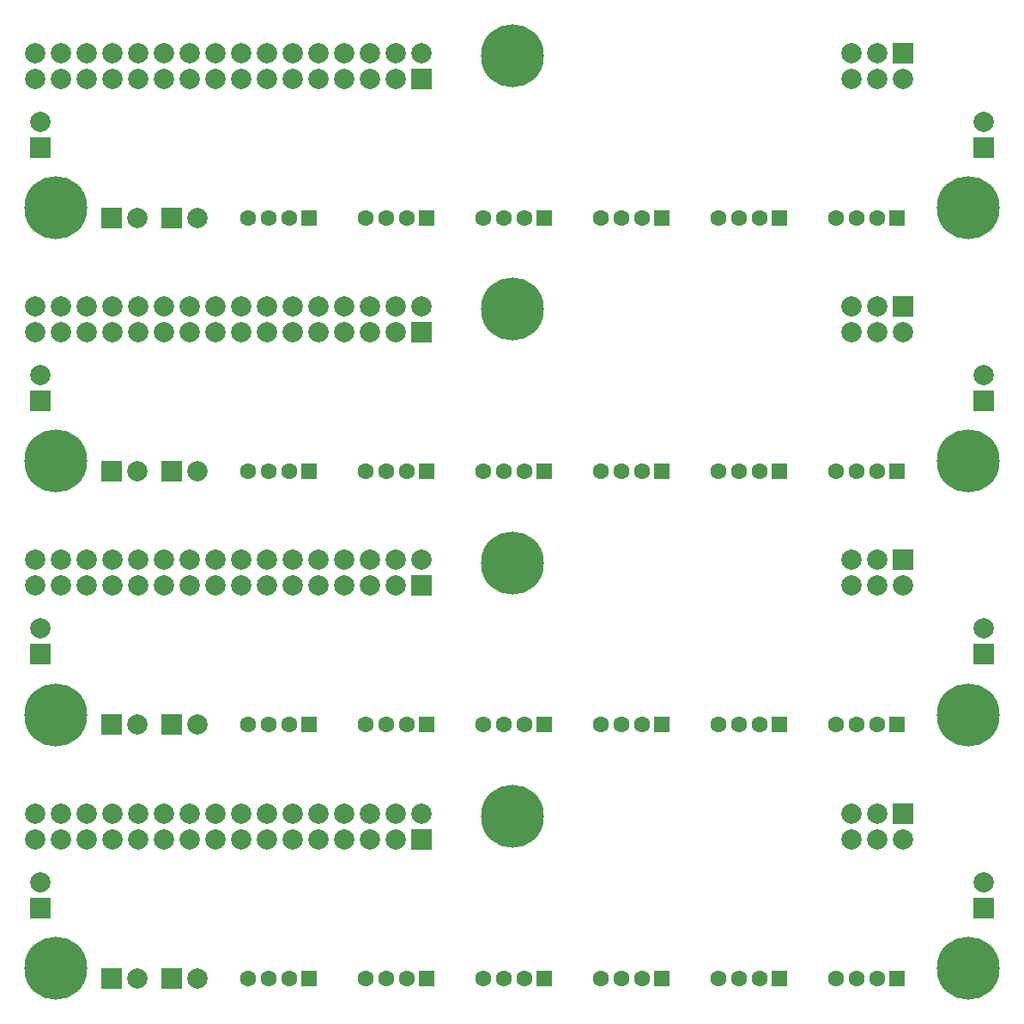
<source format=gbs>
G04 Layer_Color=16711935*
%FSLAX25Y25*%
%MOIN*%
G70*
G01*
G75*
%ADD19C,0.06312*%
%ADD20R,0.06312X0.06312*%
%ADD21C,0.24422*%
%ADD22C,0.07887*%
%ADD23R,0.07887X0.07887*%
%ADD24R,0.07887X0.07887*%
D19*
X322835Y15748D02*
D03*
X330709D02*
D03*
X338583D02*
D03*
X277165D02*
D03*
X285039D02*
D03*
X292913D02*
D03*
X231496D02*
D03*
X239370D02*
D03*
X247244D02*
D03*
X185827D02*
D03*
X193701D02*
D03*
X201575D02*
D03*
X140157D02*
D03*
X148031D02*
D03*
X155905D02*
D03*
X94488D02*
D03*
X102362D02*
D03*
X110236D02*
D03*
X322835Y114173D02*
D03*
X330709D02*
D03*
X338583D02*
D03*
X277165D02*
D03*
X285039D02*
D03*
X292913D02*
D03*
X231496D02*
D03*
X239370D02*
D03*
X247244D02*
D03*
X185827D02*
D03*
X193701D02*
D03*
X201575D02*
D03*
X140157D02*
D03*
X148031D02*
D03*
X155905D02*
D03*
X94488D02*
D03*
X102362D02*
D03*
X110236D02*
D03*
X322835Y212598D02*
D03*
X330709D02*
D03*
X338583D02*
D03*
X277165D02*
D03*
X285039D02*
D03*
X292913D02*
D03*
X231496D02*
D03*
X239370D02*
D03*
X247244D02*
D03*
X185827D02*
D03*
X193701D02*
D03*
X201575D02*
D03*
X140157D02*
D03*
X148031D02*
D03*
X155905D02*
D03*
X94488D02*
D03*
X102362D02*
D03*
X110236D02*
D03*
X322835Y311024D02*
D03*
X330709D02*
D03*
X338583D02*
D03*
X277165D02*
D03*
X285039D02*
D03*
X292913D02*
D03*
X231496D02*
D03*
X239370D02*
D03*
X247244D02*
D03*
X185827D02*
D03*
X193701D02*
D03*
X201575D02*
D03*
X140157D02*
D03*
X148031D02*
D03*
X155905D02*
D03*
X94488D02*
D03*
X102362D02*
D03*
X110236D02*
D03*
D20*
X346457Y15748D02*
D03*
X300787D02*
D03*
X255118D02*
D03*
X209449D02*
D03*
X163779D02*
D03*
X118110D02*
D03*
X346457Y114173D02*
D03*
X300787D02*
D03*
X255118D02*
D03*
X209449D02*
D03*
X163779D02*
D03*
X118110D02*
D03*
X346457Y212598D02*
D03*
X300787D02*
D03*
X255118D02*
D03*
X209449D02*
D03*
X163779D02*
D03*
X118110D02*
D03*
X346457Y311024D02*
D03*
X300787D02*
D03*
X255118D02*
D03*
X209449D02*
D03*
X163779D02*
D03*
X118110D02*
D03*
D21*
X196850Y78740D02*
D03*
X374016Y19685D02*
D03*
X19685D02*
D03*
X196850Y177165D02*
D03*
X374016Y118110D02*
D03*
X19685D02*
D03*
X196850Y275591D02*
D03*
X374016Y216535D02*
D03*
X19685D02*
D03*
X196850Y374016D02*
D03*
X374016Y314961D02*
D03*
X19685D02*
D03*
D22*
X51181Y15748D02*
D03*
X74803D02*
D03*
X151614Y69803D02*
D03*
X141614D02*
D03*
X131614D02*
D03*
X121614D02*
D03*
X111614D02*
D03*
X101614D02*
D03*
X91614D02*
D03*
X81614D02*
D03*
X71614D02*
D03*
X61614D02*
D03*
X51614D02*
D03*
X41614D02*
D03*
X31614D02*
D03*
X21614D02*
D03*
X11614D02*
D03*
X161614Y79803D02*
D03*
X151614D02*
D03*
X141614D02*
D03*
X131614D02*
D03*
X121614D02*
D03*
X111614D02*
D03*
X101614D02*
D03*
X91614D02*
D03*
X81614D02*
D03*
X71614D02*
D03*
X61614D02*
D03*
X51614D02*
D03*
X41614D02*
D03*
X31614D02*
D03*
X21614D02*
D03*
X11614D02*
D03*
X328583Y69803D02*
D03*
Y79803D02*
D03*
X338583Y69803D02*
D03*
X348583D02*
D03*
X338583Y79803D02*
D03*
X379921Y53150D02*
D03*
X13780D02*
D03*
X51181Y114173D02*
D03*
X74803D02*
D03*
X151614Y168228D02*
D03*
X141614D02*
D03*
X131614D02*
D03*
X121614D02*
D03*
X111614D02*
D03*
X101614D02*
D03*
X91614D02*
D03*
X81614D02*
D03*
X71614D02*
D03*
X61614D02*
D03*
X51614D02*
D03*
X41614D02*
D03*
X31614D02*
D03*
X21614D02*
D03*
X11614D02*
D03*
X161614Y178228D02*
D03*
X151614D02*
D03*
X141614D02*
D03*
X131614D02*
D03*
X121614D02*
D03*
X111614D02*
D03*
X101614D02*
D03*
X91614D02*
D03*
X81614D02*
D03*
X71614D02*
D03*
X61614D02*
D03*
X51614D02*
D03*
X41614D02*
D03*
X31614D02*
D03*
X21614D02*
D03*
X11614D02*
D03*
X328583Y168228D02*
D03*
Y178228D02*
D03*
X338583Y168228D02*
D03*
X348583D02*
D03*
X338583Y178228D02*
D03*
X379921Y151575D02*
D03*
X13780D02*
D03*
X51181Y212598D02*
D03*
X74803D02*
D03*
X151614Y266654D02*
D03*
X141614D02*
D03*
X131614D02*
D03*
X121614D02*
D03*
X111614D02*
D03*
X101614D02*
D03*
X91614D02*
D03*
X81614D02*
D03*
X71614D02*
D03*
X61614D02*
D03*
X51614D02*
D03*
X41614D02*
D03*
X31614D02*
D03*
X21614D02*
D03*
X11614D02*
D03*
X161614Y276654D02*
D03*
X151614D02*
D03*
X141614D02*
D03*
X131614D02*
D03*
X121614D02*
D03*
X111614D02*
D03*
X101614D02*
D03*
X91614D02*
D03*
X81614D02*
D03*
X71614D02*
D03*
X61614D02*
D03*
X51614D02*
D03*
X41614D02*
D03*
X31614D02*
D03*
X21614D02*
D03*
X11614D02*
D03*
X328583Y266653D02*
D03*
Y276654D02*
D03*
X338583Y266653D02*
D03*
X348583D02*
D03*
X338583Y276654D02*
D03*
X379921Y250000D02*
D03*
X13780D02*
D03*
X51181Y311024D02*
D03*
X74803D02*
D03*
X151614Y365079D02*
D03*
X141614D02*
D03*
X131614D02*
D03*
X121614D02*
D03*
X111614D02*
D03*
X101614D02*
D03*
X91614D02*
D03*
X81614D02*
D03*
X71614D02*
D03*
X61614D02*
D03*
X51614D02*
D03*
X41614D02*
D03*
X31614D02*
D03*
X21614D02*
D03*
X11614D02*
D03*
X161614Y375079D02*
D03*
X151614D02*
D03*
X141614D02*
D03*
X131614D02*
D03*
X121614D02*
D03*
X111614D02*
D03*
X101614D02*
D03*
X91614D02*
D03*
X81614D02*
D03*
X71614D02*
D03*
X61614D02*
D03*
X51614D02*
D03*
X41614D02*
D03*
X31614D02*
D03*
X21614D02*
D03*
X11614D02*
D03*
X328583Y365079D02*
D03*
Y375079D02*
D03*
X338583Y365079D02*
D03*
X348583D02*
D03*
X338583Y375079D02*
D03*
X379921Y348425D02*
D03*
X13780D02*
D03*
D23*
X41181Y15748D02*
D03*
X64803D02*
D03*
X161614Y69803D02*
D03*
X348583Y79803D02*
D03*
X41181Y114173D02*
D03*
X64803D02*
D03*
X161614Y168228D02*
D03*
X348583Y178228D02*
D03*
X41181Y212598D02*
D03*
X64803D02*
D03*
X161614Y266654D02*
D03*
X348583Y276654D02*
D03*
X41181Y311024D02*
D03*
X64803D02*
D03*
X161614Y365079D02*
D03*
X348583Y375079D02*
D03*
D24*
X379921Y43150D02*
D03*
X13780D02*
D03*
X379921Y141575D02*
D03*
X13780D02*
D03*
X379921Y240000D02*
D03*
X13780D02*
D03*
X379921Y338425D02*
D03*
X13780D02*
D03*
M02*

</source>
